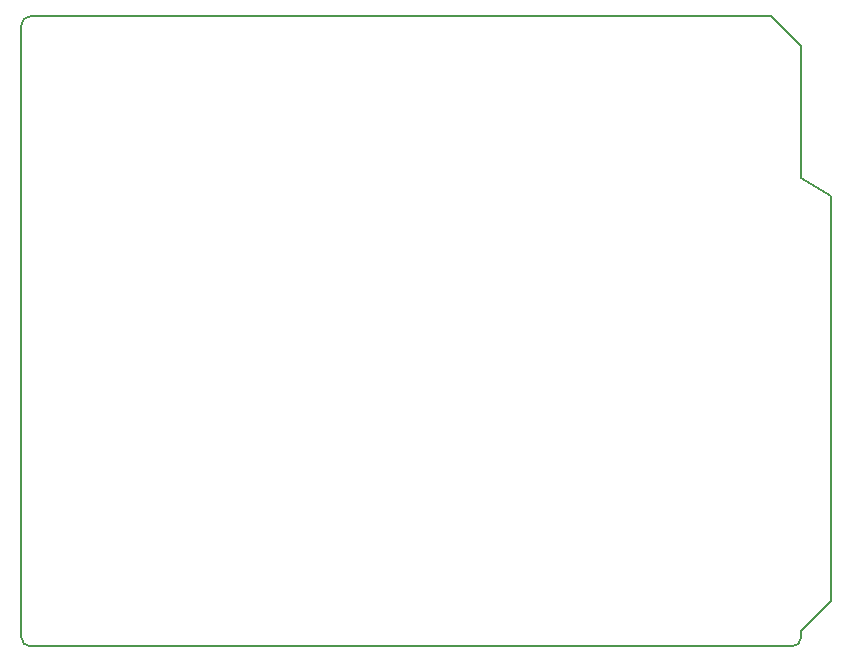
<source format=gm1>
%TF.GenerationSoftware,KiCad,Pcbnew,9.0.0*%
%TF.CreationDate,2025-04-03T14:13:49-04:00*%
%TF.ProjectId,Uno Shield Project,556e6f20-5368-4696-956c-642050726f6a,rev?*%
%TF.SameCoordinates,Original*%
%TF.FileFunction,Profile,NP*%
%FSLAX46Y46*%
G04 Gerber Fmt 4.6, Leading zero omitted, Abs format (unit mm)*
G04 Created by KiCad (PCBNEW 9.0.0) date 2025-04-03 14:13:49*
%MOMM*%
%LPD*%
G01*
G04 APERTURE LIST*
%TA.AperFunction,Profile*%
%ADD10C,0.150000*%
%TD*%
G04 APERTURE END LIST*
D10*
X100000000Y-99238000D02*
X100000000Y-47422000D01*
X168580000Y-61900000D02*
X168580000Y-96190000D01*
X165278000Y-100000000D02*
X100762000Y-100000000D01*
X100762000Y-46660000D02*
X163500000Y-46660000D01*
X100762000Y-100000000D02*
G75*
G02*
X100000000Y-99238000I0J762000D01*
G01*
X166040000Y-60376000D02*
X168580000Y-61900000D01*
X168580000Y-96190000D02*
X166040000Y-98730000D01*
X163500000Y-46660000D02*
X166040000Y-49200000D01*
X166040000Y-99238000D02*
G75*
G02*
X165278000Y-100000000I-762000J0D01*
G01*
X166040000Y-49200000D02*
X166040000Y-60376000D01*
X166040000Y-98730000D02*
X166040000Y-99238000D01*
X100000000Y-47422000D02*
G75*
G02*
X100762000Y-46660000I762000J0D01*
G01*
M02*

</source>
